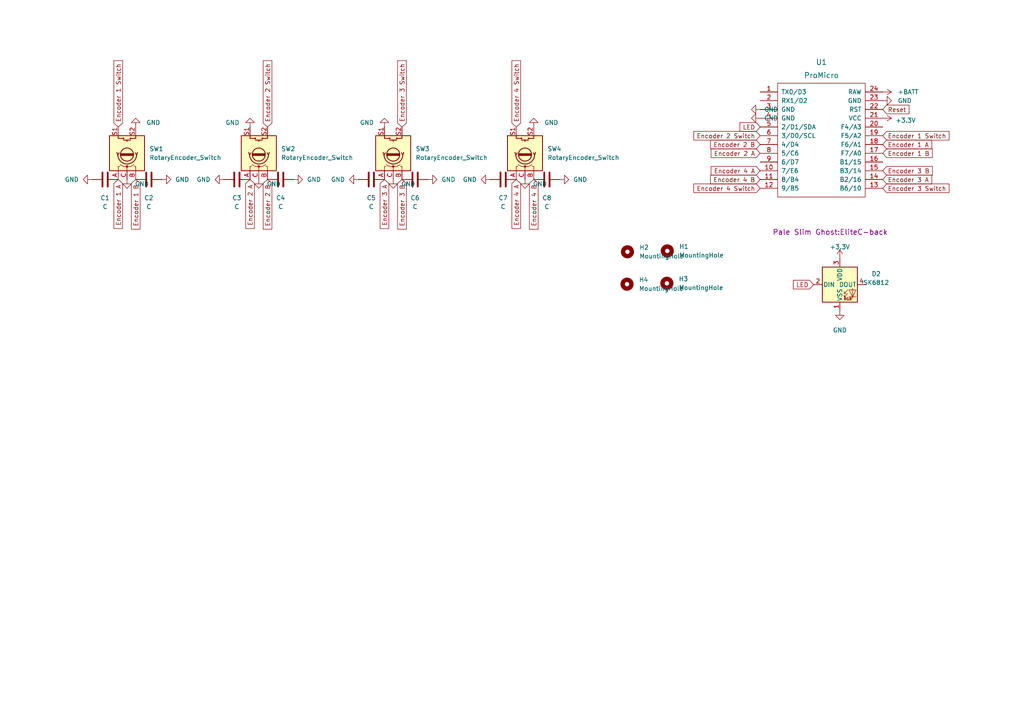
<source format=kicad_sch>
(kicad_sch (version 20230121) (generator eeschema)
  (paper "A4")
  (lib_symbols
    (symbol "Device:C" (pin_numbers hide) (pin_names (offset 0.254))
      (property "Reference" "C" (at 0.635 2.54 0))
      (property "Value" "C" (at 0.635 -2.54 0))
      (symbol "C_0_1"
        (polyline (pts (xy -2.032 -0.762) (xy 2.032 -0.762)) (stroke (width 0.508)))
        (polyline (pts (xy -2.032 0.762) (xy 2.032 0.762)) (stroke (width 0.508)))
      )
      (symbol "C_1_1"
        (pin passive line (at 0 3.81 270) (length 2.794) (name "~") (number "1"))
        (pin passive line (at 0 -3.81 90) (length 2.794) (name "~") (number "2"))
      )
    )
    (symbol "Device:RotaryEncoder_Switch" (pin_names (offset 0.254) hide)
      (property "Reference" "SW" (at 0 6.604 0))
      (property "Value" "RotaryEncoder_Switch" (at 0 -6.604 0))
      (symbol "RotaryEncoder_Switch_0_1"
        (rectangle (start -5.08 5.08) (end 5.08 -5.08) (stroke (width 0.254)) (fill (type background)))
        (circle (center -3.81 0) (radius 0.254) (fill (type outline)))
        (circle (center -0.381 0) (radius 1.905) (stroke (width 0.254)))
        (arc (start -0.381 2.667) (mid -3.0988 -0.0635) (end -0.381 -2.794) (stroke (width 0.254)))
        (polyline (pts (xy -0.635 -1.778) (xy -0.635 1.778)) (stroke (width 0.254)))
        (polyline (pts (xy -0.381 -1.778) (xy -0.381 1.778)) (stroke (width 0.254)))
        (polyline (pts (xy -0.127 1.778) (xy -0.127 -1.778)) (stroke (width 0.254)))
        (polyline (pts (xy 3.81 0) (xy 3.429 0)) (stroke (width 0.254)))
        (polyline (pts (xy 3.81 1.016) (xy 3.81 -1.016)) (stroke (width 0.254)))
        (polyline (pts (xy -5.08 -2.54) (xy -3.81 -2.54) (xy -3.81 -2.032)))
        (polyline (pts (xy -5.08 2.54) (xy -3.81 2.54) (xy -3.81 2.032)))
        (polyline (pts (xy 0.254 -3.048) (xy -0.508 -2.794) (xy 0.127 -2.413)) (stroke (width 0.254)))
        (polyline (pts (xy 0.254 2.921) (xy -0.508 2.667) (xy 0.127 2.286)) (stroke (width 0.254)))
        (polyline (pts (xy 5.08 -2.54) (xy 4.318 -2.54) (xy 4.318 -1.016)) (stroke (width 0.254)))
        (polyline (pts (xy 5.08 2.54) (xy 4.318 2.54) (xy 4.318 1.016)) (stroke (width 0.254)))
        (polyline (pts (xy -5.08 0) (xy -3.81 0) (xy -3.81 -1.016) (xy -3.302 -2.032)))
        (polyline (pts (xy -4.318 0) (xy -3.81 0) (xy -3.81 1.016) (xy -3.302 2.032)))
        (circle (center 4.318 -1.016) (radius 0.127) (stroke (width 0.254)))
        (circle (center 4.318 1.016) (radius 0.127) (stroke (width 0.254)))
      )
      (symbol "RotaryEncoder_Switch_1_1"
        (pin passive line (at -7.62 2.54 0) (length 2.54) (name "A") (number "A"))
        (pin passive line (at -7.62 -2.54 0) (length 2.54) (name "B") (number "B"))
        (pin passive line (at -7.62 0 0) (length 2.54) (name "C") (number "C"))
        (pin passive line (at 7.62 2.54 180) (length 2.54) (name "S1") (number "S1"))
        (pin passive line (at 7.62 -2.54 180) (length 2.54) (name "S2") (number "S2"))
      )
    )
    (symbol "LED:SK6812" (pin_names (offset 0.254))
      (property "Reference" "D" (at 5.08 5.715 0))
      (property "Value" "SK6812" (at 1.27 -5.715 0))
      (symbol "SK6812_0_0"
        (text "RGB" (at 2.286 -4.191 0) (effects (font (size 0.762 0.762))))
      )
      (symbol "SK6812_0_1"
        (polyline (pts (xy 1.27 -3.556) (xy 1.778 -3.556)))
        (polyline (pts (xy 1.27 -2.54) (xy 1.778 -2.54)))
        (polyline (pts (xy 4.699 -3.556) (xy 2.667 -3.556)))
        (polyline (pts (xy 2.286 -2.54) (xy 1.27 -3.556) (xy 1.27 -3.048)))
        (polyline (pts (xy 2.286 -1.524) (xy 1.27 -2.54) (xy 1.27 -2.032)))
        (polyline (pts (xy 3.683 -1.016) (xy 3.683 -3.556) (xy 3.683 -4.064)))
        (polyline (pts (xy 4.699 -1.524) (xy 2.667 -1.524) (xy 3.683 -3.556) (xy 4.699 -1.524)))
        (rectangle (start 5.08 5.08) (end -5.08 -5.08) (stroke (width 0.254)) (fill (type background)))
      )
      (symbol "SK6812_1_1"
        (pin power_in line (at 0 -7.62 90) (length 2.54) (name "VSS") (number "1"))
        (pin input line (at -7.62 0 0) (length 2.54) (name "DIN") (number "2"))
        (pin power_in line (at 0 7.62 270) (length 2.54) (name "VDD") (number "3"))
        (pin output line (at 7.62 0 180) (length 2.54) (name "DOUT") (number "4"))
      )
    )
    (symbol "Mechanical:MountingHole" (pin_names (offset 1.016))
      (property "Reference" "H" (at 0 5.08 0))
      (property "Value" "MountingHole" (at 0 3.175 0))
      (symbol "MountingHole_0_1"
        (circle (center 0 0) (radius 1.27) (stroke (width 1.27)))
      )
    )
    (symbol "kbd:ProMicro" (pin_names (offset 1.016))
      (property "Reference" "U" (at 0 19.05 0))
      (property "Value" "ProMicro" (at 0 -19.05 0))
      (symbol "ProMicro_0_1"
        (rectangle (start -12.7 16.51) (end 12.7 -16.51))
      )
      (symbol "ProMicro_1_1"
        (pin bidirectional line (at -17.78 13.97 0) (length 5.08) (name "TX0/D3") (number "1"))
        (pin bidirectional line (at -17.78 -8.89 0) (length 5.08) (name "7/E6") (number "10"))
        (pin bidirectional line (at -17.78 -11.43 0) (length 5.08) (name "8/B4") (number "11"))
        (pin bidirectional line (at -17.78 -13.97 0) (length 5.08) (name "9/B5") (number "12"))
        (pin bidirectional line (at 17.78 -13.97 180) (length 5.08) (name "B6/10") (number "13"))
        (pin bidirectional line (at 17.78 -11.43 180) (length 5.08) (name "B2/16") (number "14"))
        (pin bidirectional line (at 17.78 -8.89 180) (length 5.08) (name "B3/14") (number "15"))
        (pin bidirectional line (at 17.78 -6.35 180) (length 5.08) (name "B1/15") (number "16"))
        (pin bidirectional line (at 17.78 -3.81 180) (length 5.08) (name "F7/A0") (number "17"))
        (pin bidirectional line (at 17.78 -1.27 180) (length 5.08) (name "F6/A1") (number "18"))
        (pin bidirectional line (at 17.78 1.27 180) (length 5.08) (name "F5/A2") (number "19"))
        (pin bidirectional line (at -17.78 11.43 0) (length 5.08) (name "RX1/D2") (number "2"))
        (pin bidirectional line (at 17.78 3.81 180) (length 5.08) (name "F4/A3") (number "20"))
        (pin power_in line (at 17.78 6.35 180) (length 5.08) (name "VCC") (number "21"))
        (pin input line (at 17.78 8.89 180) (length 5.08) (name "RST") (number "22"))
        (pin power_in line (at 17.78 11.43 180) (length 5.08) (name "GND") (number "23"))
        (pin power_out line (at 17.78 13.97 180) (length 5.08) (name "RAW") (number "24"))
        (pin power_in line (at -17.78 8.89 0) (length 5.08) (name "GND") (number "3"))
        (pin power_in line (at -17.78 6.35 0) (length 5.08) (name "GND") (number "4"))
        (pin bidirectional line (at -17.78 3.81 0) (length 5.08) (name "2/D1/SDA") (number "5"))
        (pin bidirectional line (at -17.78 1.27 0) (length 5.08) (name "3/D0/SCL") (number "6"))
        (pin bidirectional line (at -17.78 -1.27 0) (length 5.08) (name "4/D4") (number "7"))
        (pin bidirectional line (at -17.78 -3.81 0) (length 5.08) (name "5/C6") (number "8"))
        (pin bidirectional line (at -17.78 -6.35 0) (length 5.08) (name "6/D7") (number "9"))
      )
    )
    (symbol "power:+3.3V" (power) (pin_names (offset 0))
      (property "Value" "+3.3V" (at 0 3.556 0))
      (symbol "+3.3V_0_1"
        (polyline (pts (xy -0.762 1.27) (xy 0 2.54)))
        (polyline (pts (xy 0 0) (xy 0 2.54)))
        (polyline (pts (xy 0 2.54) (xy 0.762 1.27)))
      )
      (symbol "+3.3V_1_1"
        (pin power_in line (at 0 0 90) (length 0) hide (name "+3.3V") (number "1"))
      )
    )
    (symbol "power:+BATT" (power) (pin_names (offset 0))
      (property "Value" "+BATT" (at 0 3.556 0))
      (symbol "+BATT_0_1"
        (polyline (pts (xy -0.762 1.27) (xy 0 2.54)))
        (polyline (pts (xy 0 0) (xy 0 2.54)))
        (polyline (pts (xy 0 2.54) (xy 0.762 1.27)))
      )
      (symbol "+BATT_1_1"
        (pin power_in line (at 0 0 90) (length 0) hide (name "+BATT") (number "1"))
      )
    )
    (symbol "power:GND" (power) (pin_names (offset 0))
      (property "Value" "GND" (at 0 -3.81 0))
      (symbol "GND_0_1"
        (polyline (pts (xy 0 0) (xy 0 -1.27) (xy 1.27 -1.27) (xy 0 -2.54) (xy -1.27 -1.27) (xy 0 -1.27)))
      )
      (symbol "GND_1_1"
        (pin power_in line (at 0 0 270) (length 0) hide (name "GND") (number "1"))
      )
    )
  )
  (global_label "Encoder 3 B" (shape input) (at 256.032 49.53 0) (property "Intersheetrefs" "${INTERSHEET_REFS}" (effects hide)))
  (global_label "Encoder 2 B" (shape input) (at 77.597 52.07 270) (property "Intersheetrefs" "${INTERSHEET_REFS}" (effects hide)))
  (global_label "Encoder 3 Switch" (shape input) (at 116.586 36.83 90) (property "Intersheetrefs" "${INTERSHEET_REFS}" (effects hide)))
  (global_label "Encoder 1 A" (shape input) (at 256.032 41.91 0) (property "Intersheetrefs" "${INTERSHEET_REFS}" (effects hide)))
  (global_label "Encoder 4 Switch" (shape input) (at 149.733 36.83 90) (property "Intersheetrefs" "${INTERSHEET_REFS}" (effects hide)))
  (global_label "Encoder 3 A" (shape input) (at 256.032 52.07 0) (property "Intersheetrefs" "${INTERSHEET_REFS}" (effects hide)))
  (global_label "Encoder 1 Switch" (shape input) (at 34.29 36.83 90) (property "Intersheetrefs" "${INTERSHEET_REFS}" (effects hide)))
  (global_label "Encoder 4 A" (shape input) (at 149.733 52.07 270) (property "Intersheetrefs" "${INTERSHEET_REFS}" (effects hide)))
  (global_label "Reset" (shape input) (at 256.032 31.75 0) (property "Intersheetrefs" "${INTERSHEET_REFS}" (effects hide)))
  (global_label "Encoder 4 A" (shape input) (at 220.472 49.53 180) (property "Intersheetrefs" "${INTERSHEET_REFS}" (effects hide)))
  (global_label "Encoder 2 A" (shape input) (at 220.472 44.45 180) (property "Intersheetrefs" "${INTERSHEET_REFS}" (effects hide)))
  (global_label "LED" (shape input) (at 235.966 82.55 180) (property "Intersheetrefs" "${INTERSHEET_REFS}" (effects hide)))
  (global_label "Encoder 3 Switch" (shape input) (at 256.032 54.61 0) (property "Intersheetrefs" "${INTERSHEET_REFS}" (effects hide)))
  (global_label "Encoder 4 B" (shape input) (at 154.813 52.07 270) (property "Intersheetrefs" "${INTERSHEET_REFS}" (effects hide)))
  (global_label "Encoder 2 Switch" (shape input) (at 220.472 39.37 180) (property "Intersheetrefs" "${INTERSHEET_REFS}" (effects hide)))
  (global_label "Encoder 2 A" (shape input) (at 72.517 52.07 270) (property "Intersheetrefs" "${INTERSHEET_REFS}" (effects hide)))
  (global_label "Encoder 1 Switch" (shape input) (at 256.032 39.37 0) (property "Intersheetrefs" "${INTERSHEET_REFS}" (effects hide)))
  (global_label "Encoder 2 B" (shape input) (at 220.472 41.91 180) (property "Intersheetrefs" "${INTERSHEET_REFS}" (effects hide)))
  (global_label "Encoder 2 Switch" (shape input) (at 77.597 36.83 90) (property "Intersheetrefs" "${INTERSHEET_REFS}" (effects hide)))
  (global_label "Encoder 1 B" (shape input) (at 39.37 52.07 270) (property "Intersheetrefs" "${INTERSHEET_REFS}" (effects hide)))
  (global_label "Encoder 1 A" (shape input) (at 34.29 52.07 270) (property "Intersheetrefs" "${INTERSHEET_REFS}" (effects hide)))
  (global_label "Encoder 3 A" (shape input) (at 111.506 52.07 270) (property "Intersheetrefs" "${INTERSHEET_REFS}" (effects hide)))
  (global_label "LED" (shape input) (at 220.472 36.83 180) (property "Intersheetrefs" "${INTERSHEET_REFS}" (effects hide)))
  (global_label "Encoder 1 B" (shape input) (at 256.032 44.45 0) (property "Intersheetrefs" "${INTERSHEET_REFS}" (effects hide)))
  (global_label "Encoder 4 B" (shape input) (at 220.472 52.07 180) (property "Intersheetrefs" "${INTERSHEET_REFS}" (effects hide)))
  (global_label "Encoder 3 B" (shape input) (at 116.586 52.07 270) (property "Intersheetrefs" "${INTERSHEET_REFS}" (effects hide)))
  (global_label "Encoder 4 Switch" (shape input) (at 220.472 54.61 180) (property "Intersheetrefs" "${INTERSHEET_REFS}" (effects hide)))
  (symbol (lib_id "Device:C") (at 68.707 52.07 90) (unit 1)
    (property "Reference" "C3" (at 68.707 57.404 90))
    (property "Value" "C" (at 68.707 59.944 90))
    (property "Footprint" "Capacitor_SMD:C_0805_2012Metric_Pad1.18x1.45mm_HandSolder" (effects hide))
  )
  (symbol (lib_id "Mechanical:MountingHole") (at 181.864 82.423 0) (unit 1) (in_bom no)
    (property "Reference" "H4" (at 185.293 81.1529 0) (effects (justify left)))
    (property "Value" "MountingHole" (at 185.293 83.6929 0) (effects (justify left)))
    (property "Footprint" "MountingHole:MountingHole_2.2mm_M2_Pad_TopOnly" (effects hide))
  )
  (symbol (lib_id "Device:C") (at 81.407 52.07 90) (unit 1)
    (property "Reference" "C4" (at 81.407 57.404 90))
    (property "Value" "C" (at 81.407 59.944 90))
    (property "Footprint" "Capacitor_SMD:C_0805_2012Metric_Pad1.18x1.45mm_HandSolder" (effects hide))
  )
  (symbol (lib_id "Mechanical:MountingHole") (at 181.991 73.025 0) (unit 1) (in_bom no)
    (property "Reference" "H2" (at 185.42 71.7549 0) (effects (justify left)))
    (property "Value" "MountingHole" (at 185.42 74.2949 0) (effects (justify left)))
    (property "Footprint" "MountingHole:MountingHole_2.2mm_M2_Pad_TopOnly" (effects hide))
  )
  (symbol (lib_id "power:GND") (at 75.057 52.07 0) (mirror y) (unit 1)
    (property "Reference" "#PWR013" (effects hide))
    (property "Value" "GND" (at 77.343 53.3399 0) (effects (justify right)))
  )
  (symbol (lib_id "kbd:ProMicro") (at 238.252 40.64 0) (unit 1) (in_bom no)
    (property "Reference" "U1" (at 238.252 18.034 0) (effects (font (size 1.524 1.524))))
    (property "Value" "ProMicro" (at 238.252 21.844 0) (effects (font (size 1.524 1.524))))
    (property "Footprint" "Pale Slim Ghost:EliteC-back" (at 240.792 67.31 0) (effects (font (size 1.524 1.524))))
  )
  (symbol (lib_id "power:GND") (at 39.37 36.83 180) (unit 1)
    (property "Reference" "#PWR05" (effects hide))
    (property "Value" "GND" (at 42.418 35.5599 0) (effects (justify right)))
  )
  (symbol (lib_id "Device:C") (at 30.48 52.07 90) (unit 1)
    (property "Reference" "C1" (at 30.48 57.404 90))
    (property "Value" "C" (at 30.48 59.944 90))
    (property "Footprint" "Capacitor_SMD:C_0805_2012Metric_Pad1.18x1.45mm_HandSolder" (effects hide))
  )
  (symbol (lib_id "Mechanical:MountingHole") (at 193.421 82.169 0) (unit 1) (in_bom no)
    (property "Reference" "H3" (at 196.85 80.8989 0) (effects (justify left)))
    (property "Value" "MountingHole" (at 196.85 83.4389 0) (effects (justify left)))
    (property "Footprint" "MountingHole:MountingHole_2.2mm_M2_Pad_TopOnly" (effects hide))
  )
  (symbol (lib_id "power:GND") (at 103.886 52.07 270) (mirror x) (unit 1)
    (property "Reference" "#PWR015" (effects hide))
    (property "Value" "GND" (at 100.076 52.0699 90) (effects (justify right)))
  )
  (symbol (lib_id "power:GND") (at 162.433 52.07 90) (unit 1)
    (property "Reference" "#PWR020" (effects hide))
    (property "Value" "GND" (at 166.243 52.0699 90) (effects (justify right)))
  )
  (symbol (lib_id "power:GND") (at 72.517 36.83 0) (mirror x) (unit 1)
    (property "Reference" "#PWR06" (effects hide))
    (property "Value" "GND" (at 69.469 35.5599 0) (effects (justify right)))
  )
  (symbol (lib_id "Mechanical:MountingHole") (at 193.548 72.771 0) (unit 1) (in_bom no)
    (property "Reference" "H1" (at 196.977 71.5009 0) (effects (justify left)))
    (property "Value" "MountingHole" (at 196.977 74.0409 0) (effects (justify left)))
    (property "Footprint" "MountingHole:MountingHole_2.2mm_M2_Pad_TopOnly" (effects hide))
  )
  (symbol (lib_id "power:GND") (at 124.206 52.07 90) (unit 1)
    (property "Reference" "#PWR017" (effects hide))
    (property "Value" "GND" (at 128.016 52.0699 90) (effects (justify right)))
  )
  (symbol (lib_id "power:GND") (at 64.897 52.07 270) (mirror x) (unit 1)
    (property "Reference" "#PWR012" (effects hide))
    (property "Value" "GND" (at 61.087 52.0699 90) (effects (justify right)))
  )
  (symbol (lib_id "power:GND") (at 152.273 52.07 0) (mirror y) (unit 1)
    (property "Reference" "#PWR019" (effects hide))
    (property "Value" "GND" (at 154.559 53.3399 0) (effects (justify right)))
  )
  (symbol (lib_id "power:GND") (at 220.472 31.75 270) (mirror x) (unit 1)
    (property "Reference" "#PWR02" (effects hide))
    (property "Value" "GND" (at 221.615 31.7499 90) (effects (justify left)))
  )
  (symbol (lib_id "LED:SK6812") (at 243.586 82.55 0) (unit 1) (in_bom no)
    (property "Reference" "D2" (at 254.127 79.4259 0))
    (property "Value" "SK6812" (at 254.127 81.9659 0))
    (property "Footprint" "LED_SMD:LED_SK6812_PLCC4_5.0x5.0mm_P3.2mm" (effects hide))
    (property "Datasheet" "https://cdn-shop.adafruit.com/product-files/1138/SK6812+LED+datasheet+.pdf" (effects hide))
  )
  (symbol (lib_id "power:GND") (at 46.99 52.07 90) (unit 1)
    (property "Reference" "#PWR011" (effects hide))
    (property "Value" "GND" (at 50.8 52.0699 90) (effects (justify right)))
  )
  (symbol (lib_id "Device:C") (at 43.18 52.07 90) (unit 1)
    (property "Reference" "C2" (at 43.18 57.404 90))
    (property "Value" "C" (at 43.18 59.944 90))
    (property "Footprint" "Capacitor_SMD:C_0805_2012Metric_Pad1.18x1.45mm_HandSolder" (effects hide))
  )
  (symbol (lib_id "power:GND") (at 85.217 52.07 90) (unit 1)
    (property "Reference" "#PWR014" (effects hide))
    (property "Value" "GND" (at 89.027 52.0699 90) (effects (justify right)))
  )
  (symbol (lib_id "Device:C") (at 145.923 52.07 90) (unit 1)
    (property "Reference" "C7" (at 145.923 57.404 90))
    (property "Value" "C" (at 145.923 59.944 90))
    (property "Footprint" "Capacitor_SMD:C_0805_2012Metric_Pad1.18x1.45mm_HandSolder" (effects hide))
  )
  (symbol (lib_id "power:GND") (at 256.032 29.21 90) (mirror x) (unit 1)
    (property "Reference" "#PWR01" (effects hide))
    (property "Value" "GND" (at 260.35 29.2099 90) (effects (justify right)))
  )
  (symbol (lib_id "power:GND") (at 114.046 52.07 0) (mirror y) (unit 1)
    (property "Reference" "#PWR016" (effects hide))
    (property "Value" "GND" (at 116.332 53.3399 0) (effects (justify right)))
  )
  (symbol (lib_id "Device:C") (at 158.623 52.07 90) (unit 1)
    (property "Reference" "C8" (at 158.623 57.404 90))
    (property "Value" "C" (at 158.623 59.944 90))
    (property "Footprint" "Capacitor_SMD:C_0805_2012Metric_Pad1.18x1.45mm_HandSolder" (effects hide))
  )
  (symbol (lib_id "Device:RotaryEncoder_Switch") (at 152.273 44.45 90) (unit 1) (in_bom no)
    (property "Reference" "SW4" (at 158.75 43.1799 90) (effects (justify right)))
    (property "Value" "RotaryEncoder_Switch" (at 158.75 45.7199 90) (effects (justify right)))
    (property "Footprint" "Pale Slim Ghost:RotaryEncoder_EC11" (effects hide))
  )
  (symbol (lib_id "power:GND") (at 36.83 52.07 0) (mirror y) (unit 1)
    (property "Reference" "#PWR010" (effects hide))
    (property "Value" "GND" (at 39.116 53.3399 0) (effects (justify right)))
  )
  (symbol (lib_id "power:GND") (at 220.472 34.29 270) (mirror x) (unit 1)
    (property "Reference" "#PWR03" (effects hide))
    (property "Value" "GND" (at 221.615 34.2899 90) (effects (justify left)))
  )
  (symbol (lib_id "Device:RotaryEncoder_Switch") (at 36.83 44.45 90) (unit 1) (in_bom no)
    (property "Reference" "SW1" (at 43.307 43.1799 90) (effects (justify right)))
    (property "Value" "RotaryEncoder_Switch" (at 43.307 45.7199 90) (effects (justify right)))
    (property "Footprint" "Pale Slim Ghost:RotaryEncoder_EC11" (effects hide))
  )
  (symbol (lib_id "power:+BATT") (at 256.032 26.67 270) (unit 1)
    (property "Reference" "#PWR0101" (effects hide))
    (property "Value" "+BATT" (at 260.35 26.6699 90) (effects (justify left)))
  )
  (symbol (lib_id "Device:RotaryEncoder_Switch") (at 114.046 44.45 90) (unit 1) (in_bom no)
    (property "Reference" "SW3" (at 120.523 43.1799 90) (effects (justify right)))
    (property "Value" "RotaryEncoder_Switch" (at 120.523 45.7199 90) (effects (justify right)))
    (property "Footprint" "Pale Slim Ghost:RotaryEncoder_EC11" (effects hide))
  )
  (symbol (lib_id "power:+3.3V") (at 243.586 74.93 0) (unit 1)
    (property "Reference" "#PWR023" (effects hide))
    (property "Value" "+3.3V" (at 243.586 71.628 0))
  )
  (symbol (lib_id "power:GND") (at 111.506 36.83 0) (mirror x) (unit 1)
    (property "Reference" "#PWR07" (effects hide))
    (property "Value" "GND" (at 108.458 35.5599 0) (effects (justify right)))
  )
  (symbol (lib_id "Device:C") (at 120.396 52.07 90) (unit 1)
    (property "Reference" "C6" (at 120.396 57.404 90))
    (property "Value" "C" (at 120.396 59.944 90))
    (property "Footprint" "Capacitor_SMD:C_0805_2012Metric_Pad1.18x1.45mm_HandSolder" (effects hide))
  )
  (symbol (lib_id "power:GND") (at 154.813 36.83 180) (unit 1)
    (property "Reference" "#PWR08" (effects hide))
    (property "Value" "GND" (at 157.861 35.5599 0) (effects (justify right)))
  )
  (symbol (lib_id "Device:C") (at 107.696 52.07 90) (unit 1)
    (property "Reference" "C5" (at 107.696 57.404 90))
    (property "Value" "C" (at 107.696 59.944 90))
    (property "Footprint" "Capacitor_SMD:C_0805_2012Metric_Pad1.18x1.45mm_HandSolder" (effects hide))
  )
  (symbol (lib_id "power:GND") (at 142.113 52.07 270) (mirror x) (unit 1)
    (property "Reference" "#PWR018" (effects hide))
    (property "Value" "GND" (at 138.303 52.0699 90) (effects (justify right)))
  )
  (symbol (lib_id "power:GND") (at 243.586 90.17 0) (unit 1)
    (property "Reference" "#PWR024" (effects hide))
    (property "Value" "GND" (at 243.586 95.758 0))
  )
  (symbol (lib_id "Device:RotaryEncoder_Switch") (at 75.057 44.45 90) (unit 1) (in_bom no)
    (property "Reference" "SW2" (at 81.534 43.1799 90) (effects (justify right)))
    (property "Value" "RotaryEncoder_Switch" (at 81.534 45.7199 90) (effects (justify right)))
    (property "Footprint" "Pale Slim Ghost:RotaryEncoder_EC11" (effects hide))
  )
  (symbol (lib_id "power:GND") (at 26.67 52.07 270) (mirror x) (unit 1)
    (property "Reference" "#PWR09" (effects hide))
    (property "Value" "GND" (at 22.86 52.0699 90) (effects (justify right)))
  )
  (symbol (lib_id "power:+3.3V") (at 256.032 34.29 270) (unit 1)
    (property "Reference" "#PWR04" (effects hide))
    (property "Value" "+3.3V" (at 259.715 34.925 90) (effects (justify left)))
  )
)
</source>
